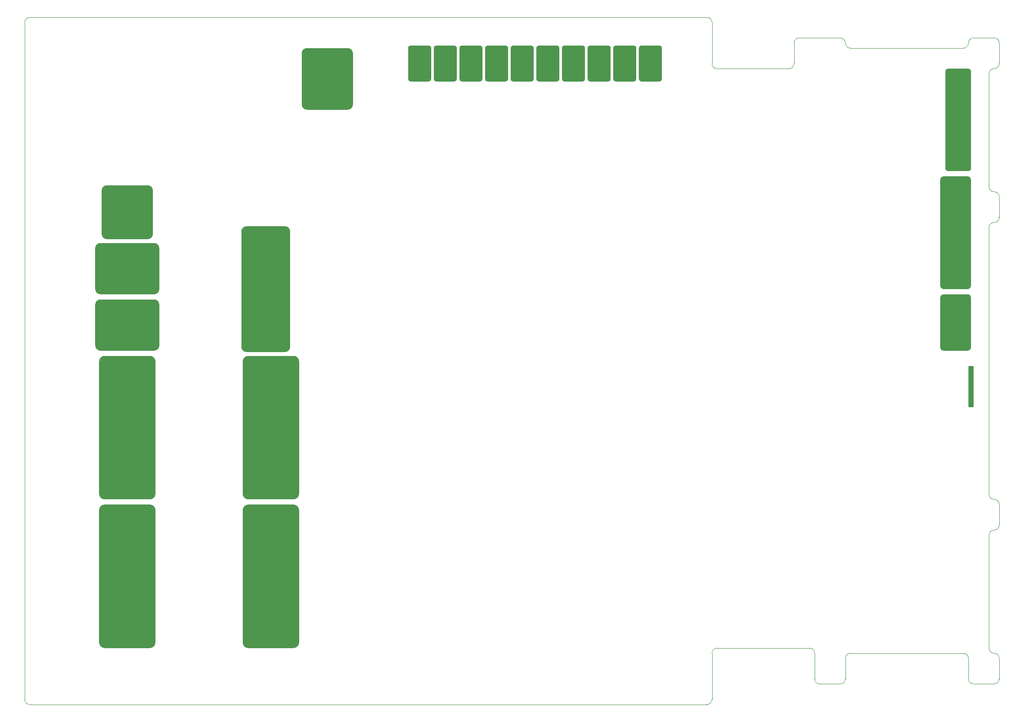
<source format=gbr>
G04 #@! TF.GenerationSoftware,KiCad,Pcbnew,6.0.10+dfsg-1~bpo11+1*
G04 #@! TF.ProjectId,storage,73746f72-6167-4652-9e6b-696361645f70,5.0*
G04 #@! TF.SameCoordinates,Original*
G04 #@! TF.FileFunction,Copper,L1,Top*
G04 #@! TF.FilePolarity,Positive*
%FSLAX46Y46*%
G04 Gerber Fmt 4.6, Leading zero omitted, Abs format (unit mm)*
%MOMM*%
%LPD*%
G01*
G04 APERTURE LIST*
G04 #@! TA.AperFunction,Profile*
%ADD10C,0.120000*%
G04 #@! TD*
G04 APERTURE END LIST*
D10*
X233000000Y-150000000D02*
X211000000Y-150000000D01*
X184000000Y-27000000D02*
X184000000Y-35000000D01*
X238000000Y-67000000D02*
X238000000Y-119000000D01*
X238000000Y-37000000D02*
X238000000Y-59000000D01*
X51000000Y-26000000D02*
X183000000Y-26000000D01*
X240000000Y-121000000D02*
X240000000Y-125000000D01*
X204000000Y-155000000D02*
X204000000Y-150000000D01*
X235000000Y-30000000D02*
X239000000Y-30000000D01*
X240000000Y-61000000D02*
X240000000Y-65000000D01*
X238000000Y-127000000D02*
X238000000Y-149000000D01*
X239000000Y-156000000D02*
X235000000Y-156000000D01*
X200000000Y-35000000D02*
X200000000Y-31000000D01*
X203000000Y-149000000D02*
X185000000Y-149000000D01*
X240000000Y-31000000D02*
X240000000Y-35000000D01*
X50000000Y-159000000D02*
X50000000Y-27000000D01*
X209000000Y-156000000D02*
X205000000Y-156000000D01*
X234000000Y-155000000D02*
X234000000Y-151000000D01*
X240000000Y-151000000D02*
X240000000Y-155000000D01*
X210000000Y-151000000D02*
X210000000Y-155000000D01*
X201000000Y-30000000D02*
X209000000Y-30000000D01*
X184000000Y-150000000D02*
X184000000Y-159000000D01*
X211000000Y-32000000D02*
X233000000Y-32000000D01*
X183000000Y-160000000D02*
X51000000Y-160000000D01*
X185000000Y-36000000D02*
X199000000Y-36000000D01*
X235000000Y-30000000D02*
G75*
G03*
X234000000Y-31000000I0J-1000000D01*
G01*
X240000000Y-61000000D02*
G75*
G03*
X239000000Y-60000000I-1000000J0D01*
G01*
X238000000Y-119000000D02*
G75*
G03*
X239000000Y-120000000I1000000J0D01*
G01*
X239000000Y-66000000D02*
G75*
G03*
X240000000Y-65000000I0J1000000D01*
G01*
X238000000Y-149000000D02*
G75*
G03*
X239000000Y-150000000I1000000J0D01*
G01*
X210000000Y-31000000D02*
G75*
G03*
X211000000Y-32000000I1000000J0D01*
G01*
X184000000Y-27000000D02*
G75*
G03*
X183000000Y-26000000I-1000000J0D01*
G01*
X185000000Y-149000000D02*
G75*
G03*
X184000000Y-150000000I0J-1000000D01*
G01*
X50000000Y-159000000D02*
G75*
G03*
X51000000Y-160000000I999999J-1D01*
G01*
X240000000Y-151000000D02*
G75*
G03*
X239000000Y-150000000I-1000000J0D01*
G01*
X239000000Y-126000000D02*
G75*
G03*
X240000000Y-125000000I0J1000000D01*
G01*
X239000000Y-126000000D02*
G75*
G03*
X238000000Y-127000000I0J-1000000D01*
G01*
X199000000Y-36000000D02*
G75*
G03*
X200000000Y-35000000I0J1000000D01*
G01*
X240000000Y-121000000D02*
G75*
G03*
X239000000Y-120000000I-1000000J0D01*
G01*
X239000000Y-156000000D02*
G75*
G03*
X240000000Y-155000000I0J1000000D01*
G01*
X51000000Y-26000000D02*
G75*
G03*
X50000000Y-27000000I-1J-999999D01*
G01*
X204000000Y-155000000D02*
G75*
G03*
X205000000Y-156000000I1000000J0D01*
G01*
X238000000Y-59000000D02*
G75*
G03*
X239000000Y-60000000I1000000J0D01*
G01*
X209000000Y-156000000D02*
G75*
G03*
X210000000Y-155000000I0J1000000D01*
G01*
X201000000Y-30000000D02*
G75*
G03*
X200000000Y-31000000I0J-1000000D01*
G01*
X239000000Y-66000000D02*
G75*
G03*
X238000000Y-67000000I0J-1000000D01*
G01*
X210000000Y-31000000D02*
G75*
G03*
X209000000Y-30000000I-1000000J0D01*
G01*
X184000000Y-35000000D02*
G75*
G03*
X185000000Y-36000000I1000000J0D01*
G01*
X239000000Y-36000000D02*
G75*
G03*
X240000000Y-35000000I0J1000000D01*
G01*
X183000000Y-160000000D02*
G75*
G03*
X184000000Y-159000000I0J1000000D01*
G01*
X233000000Y-32000000D02*
G75*
G03*
X234000000Y-31000000I0J1000000D01*
G01*
X234000000Y-151000000D02*
G75*
G03*
X233000000Y-150000000I-1000000J0D01*
G01*
X234000000Y-155000000D02*
G75*
G03*
X235000000Y-156000000I1000000J0D01*
G01*
X204000000Y-150000000D02*
G75*
G03*
X203000000Y-149000000I-1000000J0D01*
G01*
X211000000Y-150000000D02*
G75*
G03*
X210000000Y-151000000I0J-1000000D01*
G01*
X239000000Y-36000000D02*
G75*
G03*
X238000000Y-37000000I0J-1000000D01*
G01*
X240000000Y-31000000D02*
G75*
G03*
X239000000Y-30000000I-1000000J0D01*
G01*
G04 #@! TA.AperFunction,SMDPad,CuDef*
G36*
G01*
X169750000Y-38050000D02*
X169750000Y-31950000D01*
G75*
G02*
X170200000Y-31500000I450000J0D01*
G01*
X173800000Y-31500000D01*
G75*
G02*
X174250000Y-31950000I0J-450000D01*
G01*
X174250000Y-38050000D01*
G75*
G02*
X173800000Y-38500000I-450000J0D01*
G01*
X170200000Y-38500000D01*
G75*
G02*
X169750000Y-38050000I0J450000D01*
G01*
G37*
G04 #@! TD.AperFunction*
G04 #@! TA.AperFunction,SMDPad,CuDef*
G36*
G01*
X100800000Y-91250000D02*
X93200000Y-91250000D01*
G75*
G02*
X92250000Y-90300000I0J950000D01*
G01*
X92250000Y-67700000D01*
G75*
G02*
X93200000Y-66750000I950000J0D01*
G01*
X100800000Y-66750000D01*
G75*
G02*
X101750000Y-67700000I0J-950000D01*
G01*
X101750000Y-90300000D01*
G75*
G02*
X100800000Y-91250000I-950000J0D01*
G01*
G37*
G04 #@! TD.AperFunction*
G04 #@! TA.AperFunction,SMDPad,CuDef*
G36*
G01*
X229100000Y-80000000D02*
X233900000Y-80000000D01*
G75*
G02*
X234500000Y-80600000I0J-600000D01*
G01*
X234500000Y-90400000D01*
G75*
G02*
X233900000Y-91000000I-600000J0D01*
G01*
X229100000Y-91000000D01*
G75*
G02*
X228500000Y-90400000I0J600000D01*
G01*
X228500000Y-80600000D01*
G75*
G02*
X229100000Y-80000000I600000J0D01*
G01*
G37*
G04 #@! TD.AperFunction*
G04 #@! TA.AperFunction,SMDPad,CuDef*
G36*
G01*
X64750000Y-70000000D02*
X75250000Y-70000000D01*
G75*
G02*
X76250000Y-71000000I0J-1000000D01*
G01*
X76250000Y-79000000D01*
G75*
G02*
X75250000Y-80000000I-1000000J0D01*
G01*
X64750000Y-80000000D01*
G75*
G02*
X63750000Y-79000000I0J1000000D01*
G01*
X63750000Y-71000000D01*
G75*
G02*
X64750000Y-70000000I1000000J0D01*
G01*
G37*
G04 #@! TD.AperFunction*
G04 #@! TA.AperFunction,SMDPad,CuDef*
G36*
G01*
X144750000Y-38050000D02*
X144750000Y-31950000D01*
G75*
G02*
X145200000Y-31500000I450000J0D01*
G01*
X148800000Y-31500000D01*
G75*
G02*
X149250000Y-31950000I0J-450000D01*
G01*
X149250000Y-38050000D01*
G75*
G02*
X148800000Y-38500000I-450000J0D01*
G01*
X145200000Y-38500000D01*
G75*
G02*
X144750000Y-38050000I0J450000D01*
G01*
G37*
G04 #@! TD.AperFunction*
G04 #@! TA.AperFunction,SMDPad,CuDef*
G36*
G01*
X164750000Y-38050000D02*
X164750000Y-31950000D01*
G75*
G02*
X165200000Y-31500000I450000J0D01*
G01*
X168800000Y-31500000D01*
G75*
G02*
X169250000Y-31950000I0J-450000D01*
G01*
X169250000Y-38050000D01*
G75*
G02*
X168800000Y-38500000I-450000J0D01*
G01*
X165200000Y-38500000D01*
G75*
G02*
X164750000Y-38050000I0J450000D01*
G01*
G37*
G04 #@! TD.AperFunction*
G04 #@! TA.AperFunction,SMDPad,CuDef*
G36*
G01*
X234100000Y-94000000D02*
X234900000Y-94000000D01*
G75*
G02*
X235000000Y-94100000I0J-100000D01*
G01*
X235000000Y-101900000D01*
G75*
G02*
X234900000Y-102000000I-100000J0D01*
G01*
X234100000Y-102000000D01*
G75*
G02*
X234000000Y-101900000I0J100000D01*
G01*
X234000000Y-94100000D01*
G75*
G02*
X234100000Y-94000000I100000J0D01*
G01*
G37*
G04 #@! TD.AperFunction*
G04 #@! TA.AperFunction,SMDPad,CuDef*
G36*
G01*
X75250000Y-91000000D02*
X64750000Y-91000000D01*
G75*
G02*
X63750000Y-90000000I0J1000000D01*
G01*
X63750000Y-82000000D01*
G75*
G02*
X64750000Y-81000000I1000000J0D01*
G01*
X75250000Y-81000000D01*
G75*
G02*
X76250000Y-82000000I0J-1000000D01*
G01*
X76250000Y-90000000D01*
G75*
G02*
X75250000Y-91000000I-1000000J0D01*
G01*
G37*
G04 #@! TD.AperFunction*
G04 #@! TA.AperFunction,SMDPad,CuDef*
G36*
G01*
X124750000Y-38050000D02*
X124750000Y-31950000D01*
G75*
G02*
X125200000Y-31500000I450000J0D01*
G01*
X128800000Y-31500000D01*
G75*
G02*
X129250000Y-31950000I0J-450000D01*
G01*
X129250000Y-38050000D01*
G75*
G02*
X128800000Y-38500000I-450000J0D01*
G01*
X125200000Y-38500000D01*
G75*
G02*
X124750000Y-38050000I0J450000D01*
G01*
G37*
G04 #@! TD.AperFunction*
G04 #@! TA.AperFunction,SMDPad,CuDef*
G36*
G01*
X159750000Y-38050000D02*
X159750000Y-31950000D01*
G75*
G02*
X160200000Y-31500000I450000J0D01*
G01*
X163800000Y-31500000D01*
G75*
G02*
X164250000Y-31950000I0J-450000D01*
G01*
X164250000Y-38050000D01*
G75*
G02*
X163800000Y-38500000I-450000J0D01*
G01*
X160200000Y-38500000D01*
G75*
G02*
X159750000Y-38050000I0J450000D01*
G01*
G37*
G04 #@! TD.AperFunction*
G04 #@! TA.AperFunction,SMDPad,CuDef*
G36*
G01*
X229100000Y-57000000D02*
X233900000Y-57000000D01*
G75*
G02*
X234500000Y-57600000I0J-600000D01*
G01*
X234500000Y-78400000D01*
G75*
G02*
X233900000Y-79000000I-600000J0D01*
G01*
X229100000Y-79000000D01*
G75*
G02*
X228500000Y-78400000I0J600000D01*
G01*
X228500000Y-57600000D01*
G75*
G02*
X229100000Y-57000000I600000J0D01*
G01*
G37*
G04 #@! TD.AperFunction*
G04 #@! TA.AperFunction,SMDPad,CuDef*
G36*
G01*
X104000000Y-43000000D02*
X104000000Y-33000000D01*
G75*
G02*
X105000000Y-32000000I1000000J0D01*
G01*
X113000000Y-32000000D01*
G75*
G02*
X114000000Y-33000000I0J-1000000D01*
G01*
X114000000Y-43000000D01*
G75*
G02*
X113000000Y-44000000I-1000000J0D01*
G01*
X105000000Y-44000000D01*
G75*
G02*
X104000000Y-43000000I0J1000000D01*
G01*
G37*
G04 #@! TD.AperFunction*
G04 #@! TA.AperFunction,SMDPad,CuDef*
G36*
G01*
X154750000Y-38050000D02*
X154750000Y-31950000D01*
G75*
G02*
X155200000Y-31500000I450000J0D01*
G01*
X158800000Y-31500000D01*
G75*
G02*
X159250000Y-31950000I0J-450000D01*
G01*
X159250000Y-38050000D01*
G75*
G02*
X158800000Y-38500000I-450000J0D01*
G01*
X155200000Y-38500000D01*
G75*
G02*
X154750000Y-38050000I0J450000D01*
G01*
G37*
G04 #@! TD.AperFunction*
G04 #@! TA.AperFunction,SMDPad,CuDef*
G36*
G01*
X74000000Y-69250000D02*
X66000000Y-69250000D01*
G75*
G02*
X65000000Y-68250000I0J1000000D01*
G01*
X65000000Y-59750000D01*
G75*
G02*
X66000000Y-58750000I1000000J0D01*
G01*
X74000000Y-58750000D01*
G75*
G02*
X75000000Y-59750000I0J-1000000D01*
G01*
X75000000Y-68250000D01*
G75*
G02*
X74000000Y-69250000I-1000000J0D01*
G01*
G37*
G04 #@! TD.AperFunction*
G04 #@! TA.AperFunction,SMDPad,CuDef*
G36*
G01*
X139750000Y-38050000D02*
X139750000Y-31950000D01*
G75*
G02*
X140200000Y-31500000I450000J0D01*
G01*
X143800000Y-31500000D01*
G75*
G02*
X144250000Y-31950000I0J-450000D01*
G01*
X144250000Y-38050000D01*
G75*
G02*
X143800000Y-38500000I-450000J0D01*
G01*
X140200000Y-38500000D01*
G75*
G02*
X139750000Y-38050000I0J450000D01*
G01*
G37*
G04 #@! TD.AperFunction*
G04 #@! TA.AperFunction,SMDPad,CuDef*
G36*
G01*
X102400000Y-149000000D02*
X93600000Y-149000000D01*
G75*
G02*
X92500000Y-147900000I0J1100000D01*
G01*
X92500000Y-122100000D01*
G75*
G02*
X93600000Y-121000000I1100000J0D01*
G01*
X102400000Y-121000000D01*
G75*
G02*
X103500000Y-122100000I0J-1100000D01*
G01*
X103500000Y-147900000D01*
G75*
G02*
X102400000Y-149000000I-1100000J0D01*
G01*
G37*
G04 #@! TD.AperFunction*
G04 #@! TA.AperFunction,SMDPad,CuDef*
G36*
G01*
X65600000Y-92000000D02*
X74400000Y-92000000D01*
G75*
G02*
X75500000Y-93100000I0J-1100000D01*
G01*
X75500000Y-118900000D01*
G75*
G02*
X74400000Y-120000000I-1100000J0D01*
G01*
X65600000Y-120000000D01*
G75*
G02*
X64500000Y-118900000I0J1100000D01*
G01*
X64500000Y-93100000D01*
G75*
G02*
X65600000Y-92000000I1100000J0D01*
G01*
G37*
G04 #@! TD.AperFunction*
G04 #@! TA.AperFunction,SMDPad,CuDef*
G36*
G01*
X230000000Y-36000000D02*
X234000000Y-36000000D01*
G75*
G02*
X234500000Y-36500000I0J-500000D01*
G01*
X234500000Y-55500000D01*
G75*
G02*
X234000000Y-56000000I-500000J0D01*
G01*
X230000000Y-56000000D01*
G75*
G02*
X229500000Y-55500000I0J500000D01*
G01*
X229500000Y-36500000D01*
G75*
G02*
X230000000Y-36000000I500000J0D01*
G01*
G37*
G04 #@! TD.AperFunction*
G04 #@! TA.AperFunction,SMDPad,CuDef*
G36*
G01*
X102400000Y-120000000D02*
X93600000Y-120000000D01*
G75*
G02*
X92500000Y-118900000I0J1100000D01*
G01*
X92500000Y-93100000D01*
G75*
G02*
X93600000Y-92000000I1100000J0D01*
G01*
X102400000Y-92000000D01*
G75*
G02*
X103500000Y-93100000I0J-1100000D01*
G01*
X103500000Y-118900000D01*
G75*
G02*
X102400000Y-120000000I-1100000J0D01*
G01*
G37*
G04 #@! TD.AperFunction*
G04 #@! TA.AperFunction,SMDPad,CuDef*
G36*
G01*
X134750000Y-38050000D02*
X134750000Y-31950000D01*
G75*
G02*
X135200000Y-31500000I450000J0D01*
G01*
X138800000Y-31500000D01*
G75*
G02*
X139250000Y-31950000I0J-450000D01*
G01*
X139250000Y-38050000D01*
G75*
G02*
X138800000Y-38500000I-450000J0D01*
G01*
X135200000Y-38500000D01*
G75*
G02*
X134750000Y-38050000I0J450000D01*
G01*
G37*
G04 #@! TD.AperFunction*
G04 #@! TA.AperFunction,SMDPad,CuDef*
G36*
G01*
X65600000Y-121000000D02*
X74400000Y-121000000D01*
G75*
G02*
X75500000Y-122100000I0J-1100000D01*
G01*
X75500000Y-147900000D01*
G75*
G02*
X74400000Y-149000000I-1100000J0D01*
G01*
X65600000Y-149000000D01*
G75*
G02*
X64500000Y-147900000I0J1100000D01*
G01*
X64500000Y-122100000D01*
G75*
G02*
X65600000Y-121000000I1100000J0D01*
G01*
G37*
G04 #@! TD.AperFunction*
G04 #@! TA.AperFunction,SMDPad,CuDef*
G36*
G01*
X129750000Y-38050000D02*
X129750000Y-31950000D01*
G75*
G02*
X130200000Y-31500000I450000J0D01*
G01*
X133800000Y-31500000D01*
G75*
G02*
X134250000Y-31950000I0J-450000D01*
G01*
X134250000Y-38050000D01*
G75*
G02*
X133800000Y-38500000I-450000J0D01*
G01*
X130200000Y-38500000D01*
G75*
G02*
X129750000Y-38050000I0J450000D01*
G01*
G37*
G04 #@! TD.AperFunction*
G04 #@! TA.AperFunction,SMDPad,CuDef*
G36*
G01*
X149750000Y-38050000D02*
X149750000Y-31950000D01*
G75*
G02*
X150200000Y-31500000I450000J0D01*
G01*
X153800000Y-31500000D01*
G75*
G02*
X154250000Y-31950000I0J-450000D01*
G01*
X154250000Y-38050000D01*
G75*
G02*
X153800000Y-38500000I-450000J0D01*
G01*
X150200000Y-38500000D01*
G75*
G02*
X149750000Y-38050000I0J450000D01*
G01*
G37*
G04 #@! TD.AperFunction*
M02*

</source>
